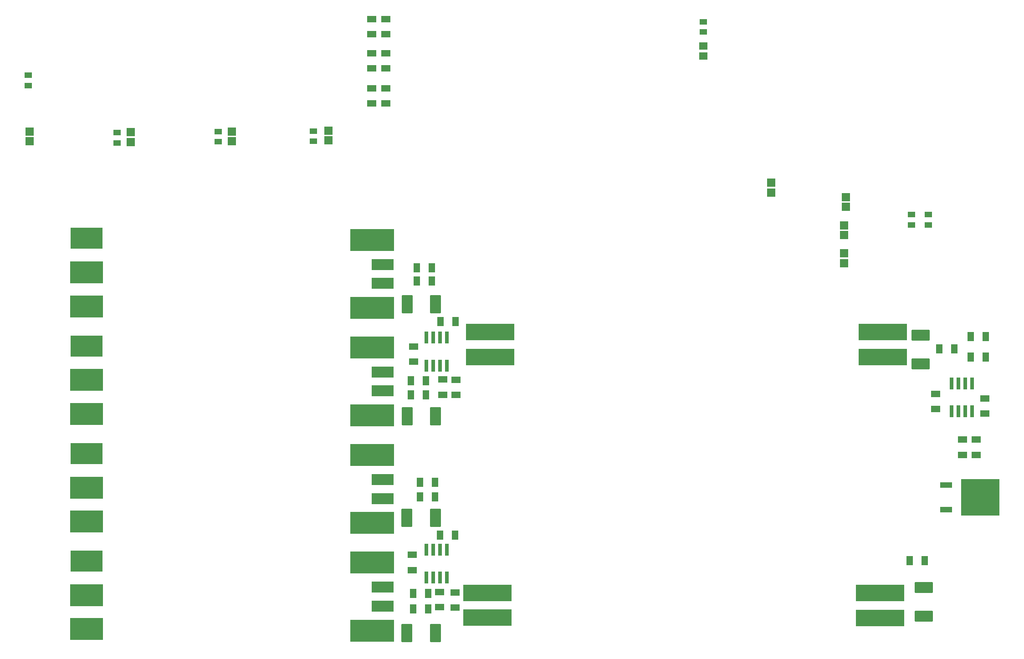
<source format=gtp>
G04*
G04 #@! TF.GenerationSoftware,Altium Limited,Altium Designer,21.4.1 (30)*
G04*
G04 Layer_Color=8421504*
%FSLAX25Y25*%
%MOIN*%
G70*
G04*
G04 #@! TF.SameCoordinates,5C5CB9DB-6683-4862-BC7F-C0E48B32F829*
G04*
G04*
G04 #@! TF.FilePolarity,Positive*
G04*
G01*
G75*
%ADD24R,0.35827X0.12205*%
%ADD25R,0.06303X0.05906*%
%ADD26R,0.06299X0.05512*%
%ADD27R,0.05827X0.04016*%
%ADD28R,0.16142X0.08268*%
%ADD29R,0.31890X0.16142*%
%ADD30R,0.24016X0.16142*%
%ADD31R,0.23622X0.15748*%
%ADD32R,0.08661X0.04134*%
%ADD33R,0.28347X0.27165*%
G04:AMPARAMS|DCode=34|XSize=78.74mil|YSize=136.61mil|CornerRadius=4.59mil|HoleSize=0mil|Usage=FLASHONLY|Rotation=270.000|XOffset=0mil|YOffset=0mil|HoleType=Round|Shape=RoundedRectangle|*
%AMROUNDEDRECTD34*
21,1,0.07874,0.12744,0,0,270.0*
21,1,0.06957,0.13661,0,0,270.0*
1,1,0.00917,-0.06372,-0.03478*
1,1,0.00917,-0.06372,0.03478*
1,1,0.00917,0.06372,0.03478*
1,1,0.00917,0.06372,-0.03478*
%
%ADD34ROUNDEDRECTD34*%
G04:AMPARAMS|DCode=35|XSize=78.74mil|YSize=136.61mil|CornerRadius=4.59mil|HoleSize=0mil|Usage=FLASHONLY|Rotation=180.000|XOffset=0mil|YOffset=0mil|HoleType=Round|Shape=RoundedRectangle|*
%AMROUNDEDRECTD35*
21,1,0.07874,0.12744,0,0,180.0*
21,1,0.06957,0.13661,0,0,180.0*
1,1,0.00917,-0.03478,0.06372*
1,1,0.00917,0.03478,0.06372*
1,1,0.00917,0.03478,-0.06372*
1,1,0.00917,-0.03478,-0.06372*
%
%ADD35ROUNDEDRECTD35*%
%ADD36R,0.02756X0.09055*%
%ADD37R,0.06890X0.05118*%
%ADD38R,0.05118X0.06890*%
D24*
X715177Y250361D02*
D03*
X715153Y268679D02*
D03*
X427777Y250561D02*
D03*
X427751Y268679D02*
D03*
X425870Y77815D02*
D03*
X425896Y59697D02*
D03*
X713272Y77815D02*
D03*
X713296Y59497D02*
D03*
D25*
X238937Y408353D02*
D03*
Y415474D02*
D03*
X90937Y408353D02*
D03*
Y415474D02*
D03*
X309500Y409139D02*
D03*
Y416261D02*
D03*
X164937Y407913D02*
D03*
Y415034D02*
D03*
X633500Y370839D02*
D03*
Y377961D02*
D03*
X688100Y360439D02*
D03*
Y367561D02*
D03*
X686900Y326361D02*
D03*
Y319239D02*
D03*
X686891Y346934D02*
D03*
Y339813D02*
D03*
D26*
X583800Y478110D02*
D03*
Y470629D02*
D03*
D27*
X736337Y354673D02*
D03*
Y347154D02*
D03*
X748437Y354673D02*
D03*
Y347154D02*
D03*
X154937Y407154D02*
D03*
Y414673D02*
D03*
X228737Y408054D02*
D03*
Y415573D02*
D03*
X298386Y408335D02*
D03*
Y415854D02*
D03*
X89937Y449154D02*
D03*
Y456673D02*
D03*
X583800Y495860D02*
D03*
Y488340D02*
D03*
D28*
X349309Y146913D02*
D03*
Y160693D02*
D03*
Y304394D02*
D03*
Y318173D02*
D03*
Y68173D02*
D03*
Y81953D02*
D03*
Y225654D02*
D03*
Y239433D02*
D03*
D29*
X341465Y128971D02*
D03*
Y178734D02*
D03*
Y286451D02*
D03*
Y336215D02*
D03*
Y50230D02*
D03*
Y99994D02*
D03*
Y207711D02*
D03*
Y257474D02*
D03*
D30*
X132350Y154935D02*
D03*
Y130053D02*
D03*
Y312415D02*
D03*
Y287533D02*
D03*
Y76195D02*
D03*
Y51313D02*
D03*
Y233675D02*
D03*
Y208793D02*
D03*
D31*
Y179817D02*
D03*
Y337297D02*
D03*
Y101077D02*
D03*
Y258557D02*
D03*
D32*
X761614Y156890D02*
D03*
Y138937D02*
D03*
D33*
X786417Y147913D02*
D03*
D34*
X745237Y60741D02*
D03*
Y81686D02*
D03*
X742900Y245355D02*
D03*
Y266300D02*
D03*
D35*
X367055Y289000D02*
D03*
X388000D02*
D03*
X366955Y132900D02*
D03*
X387900D02*
D03*
X367055Y207100D02*
D03*
X388000D02*
D03*
X366928Y48600D02*
D03*
X387872D02*
D03*
D36*
X391337Y109550D02*
D03*
Y89077D02*
D03*
X396337Y109550D02*
D03*
X386337D02*
D03*
X381337D02*
D03*
X396337Y89077D02*
D03*
X386337D02*
D03*
X381337D02*
D03*
X391337Y264650D02*
D03*
Y244177D02*
D03*
X396337Y264650D02*
D03*
X386337D02*
D03*
X381337D02*
D03*
X396337Y244177D02*
D03*
X386337D02*
D03*
X381337D02*
D03*
X775437Y231150D02*
D03*
Y210677D02*
D03*
X780437Y231150D02*
D03*
X770437D02*
D03*
X765437D02*
D03*
X780437Y210677D02*
D03*
X770437D02*
D03*
X765437D02*
D03*
D37*
X773384Y189953D02*
D03*
Y178929D02*
D03*
X783384Y189953D02*
D03*
Y178929D02*
D03*
X789937Y209202D02*
D03*
Y220225D02*
D03*
X753937Y223425D02*
D03*
Y212402D02*
D03*
X341337Y461690D02*
D03*
Y472713D02*
D03*
Y436202D02*
D03*
Y447225D02*
D03*
Y486802D02*
D03*
Y497825D02*
D03*
X351637Y472713D02*
D03*
Y461690D02*
D03*
Y447225D02*
D03*
Y436202D02*
D03*
Y497825D02*
D03*
Y486802D02*
D03*
X402800Y233912D02*
D03*
Y222888D02*
D03*
X402247Y67177D02*
D03*
Y78201D02*
D03*
X393147Y222925D02*
D03*
Y233949D02*
D03*
X391002Y78372D02*
D03*
Y67349D02*
D03*
X371700Y257986D02*
D03*
Y246962D02*
D03*
X370765Y94602D02*
D03*
Y105625D02*
D03*
D38*
X734688Y101500D02*
D03*
X745712D02*
D03*
X767612Y256400D02*
D03*
X756588D02*
D03*
X790449Y265513D02*
D03*
X779425D02*
D03*
X790402Y250413D02*
D03*
X779378D02*
D03*
X381001Y233162D02*
D03*
X369978D02*
D03*
X382501Y77413D02*
D03*
X371477D02*
D03*
X381001Y222762D02*
D03*
X369978D02*
D03*
X382501Y66237D02*
D03*
X371477D02*
D03*
X385178Y315917D02*
D03*
X374155D02*
D03*
X387607Y158913D02*
D03*
X376584D02*
D03*
X385178Y306017D02*
D03*
X374155D02*
D03*
X387607Y148013D02*
D03*
X376584D02*
D03*
X391488Y276300D02*
D03*
X402512D02*
D03*
X391100Y120100D02*
D03*
X402124D02*
D03*
M02*

</source>
